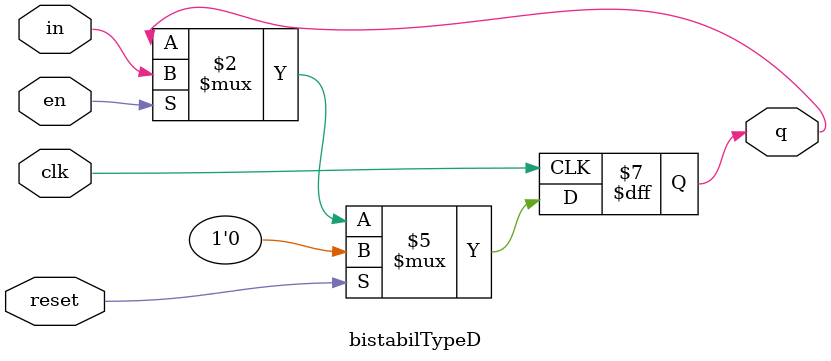
<source format=v>
`timescale 1ns / 1ps

module bistabilTypeD(input in, input clk, input reset, input en, output reg q);

always @(posedge clk)
if (reset)
begin
q <= 1'b0;
end 
else if (en)
begin
q <= in;
end
endmodule

</source>
